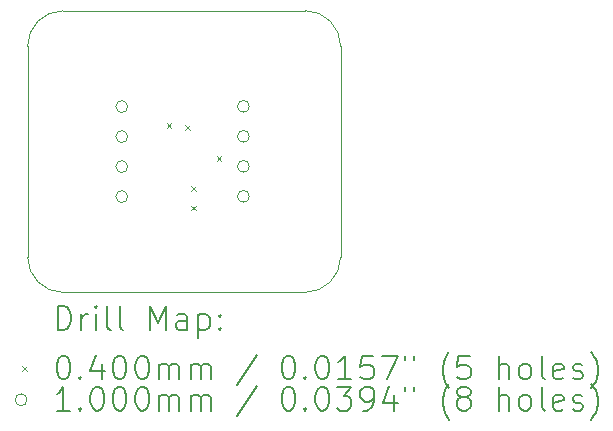
<source format=gbr>
%TF.GenerationSoftware,KiCad,Pcbnew,7.0.6*%
%TF.CreationDate,2024-03-10T14:23:29-07:00*%
%TF.ProjectId,IMU_Breakout,494d555f-4272-4656-916b-6f75742e6b69,rev?*%
%TF.SameCoordinates,Original*%
%TF.FileFunction,Drillmap*%
%TF.FilePolarity,Positive*%
%FSLAX45Y45*%
G04 Gerber Fmt 4.5, Leading zero omitted, Abs format (unit mm)*
G04 Created by KiCad (PCBNEW 7.0.6) date 2024-03-10 14:23:29*
%MOMM*%
%LPD*%
G01*
G04 APERTURE LIST*
%ADD10C,0.100000*%
%ADD11C,0.200000*%
%ADD12C,0.040000*%
G04 APERTURE END LIST*
D10*
X22012500Y-11245000D02*
X24062500Y-11245000D01*
X24062500Y-13630000D02*
G75*
G03*
X24362500Y-13330000I0J300000D01*
G01*
X21712500Y-13330000D02*
G75*
G03*
X22012500Y-13630000I300000J0D01*
G01*
X24362500Y-11545000D02*
X24362500Y-13330000D01*
X22012500Y-11245000D02*
G75*
G03*
X21712500Y-11545000I0J-300000D01*
G01*
X24062500Y-13630000D02*
X22012500Y-13630000D01*
X21712500Y-13330000D02*
X21712500Y-11545000D01*
X24362500Y-11545000D02*
G75*
G03*
X24062500Y-11245000I-300000J0D01*
G01*
D11*
D12*
X22890530Y-12195000D02*
X22930530Y-12235000D01*
X22930530Y-12195000D02*
X22890530Y-12235000D01*
X23045000Y-12212500D02*
X23085000Y-12252500D01*
X23085000Y-12212500D02*
X23045000Y-12252500D01*
X23095000Y-12728510D02*
X23135000Y-12768510D01*
X23135000Y-12728510D02*
X23095000Y-12768510D01*
X23097500Y-12895000D02*
X23137500Y-12935000D01*
X23137500Y-12895000D02*
X23097500Y-12935000D01*
X23312500Y-12475000D02*
X23352500Y-12515000D01*
X23352500Y-12475000D02*
X23312500Y-12515000D01*
D10*
X22560000Y-12057000D02*
G75*
G03*
X22560000Y-12057000I-50000J0D01*
G01*
X22560000Y-12311000D02*
G75*
G03*
X22560000Y-12311000I-50000J0D01*
G01*
X22560000Y-12565000D02*
G75*
G03*
X22560000Y-12565000I-50000J0D01*
G01*
X22560000Y-12819000D02*
G75*
G03*
X22560000Y-12819000I-50000J0D01*
G01*
X23590000Y-12055500D02*
G75*
G03*
X23590000Y-12055500I-50000J0D01*
G01*
X23590000Y-12309500D02*
G75*
G03*
X23590000Y-12309500I-50000J0D01*
G01*
X23590000Y-12563500D02*
G75*
G03*
X23590000Y-12563500I-50000J0D01*
G01*
X23590000Y-12817500D02*
G75*
G03*
X23590000Y-12817500I-50000J0D01*
G01*
D11*
X21968277Y-13946484D02*
X21968277Y-13746484D01*
X21968277Y-13746484D02*
X22015896Y-13746484D01*
X22015896Y-13746484D02*
X22044467Y-13756008D01*
X22044467Y-13756008D02*
X22063515Y-13775055D01*
X22063515Y-13775055D02*
X22073039Y-13794103D01*
X22073039Y-13794103D02*
X22082563Y-13832198D01*
X22082563Y-13832198D02*
X22082563Y-13860769D01*
X22082563Y-13860769D02*
X22073039Y-13898865D01*
X22073039Y-13898865D02*
X22063515Y-13917912D01*
X22063515Y-13917912D02*
X22044467Y-13936960D01*
X22044467Y-13936960D02*
X22015896Y-13946484D01*
X22015896Y-13946484D02*
X21968277Y-13946484D01*
X22168277Y-13946484D02*
X22168277Y-13813150D01*
X22168277Y-13851246D02*
X22177801Y-13832198D01*
X22177801Y-13832198D02*
X22187324Y-13822674D01*
X22187324Y-13822674D02*
X22206372Y-13813150D01*
X22206372Y-13813150D02*
X22225420Y-13813150D01*
X22292086Y-13946484D02*
X22292086Y-13813150D01*
X22292086Y-13746484D02*
X22282563Y-13756008D01*
X22282563Y-13756008D02*
X22292086Y-13765531D01*
X22292086Y-13765531D02*
X22301610Y-13756008D01*
X22301610Y-13756008D02*
X22292086Y-13746484D01*
X22292086Y-13746484D02*
X22292086Y-13765531D01*
X22415896Y-13946484D02*
X22396848Y-13936960D01*
X22396848Y-13936960D02*
X22387324Y-13917912D01*
X22387324Y-13917912D02*
X22387324Y-13746484D01*
X22520658Y-13946484D02*
X22501610Y-13936960D01*
X22501610Y-13936960D02*
X22492086Y-13917912D01*
X22492086Y-13917912D02*
X22492086Y-13746484D01*
X22749229Y-13946484D02*
X22749229Y-13746484D01*
X22749229Y-13746484D02*
X22815896Y-13889341D01*
X22815896Y-13889341D02*
X22882562Y-13746484D01*
X22882562Y-13746484D02*
X22882562Y-13946484D01*
X23063515Y-13946484D02*
X23063515Y-13841722D01*
X23063515Y-13841722D02*
X23053991Y-13822674D01*
X23053991Y-13822674D02*
X23034943Y-13813150D01*
X23034943Y-13813150D02*
X22996848Y-13813150D01*
X22996848Y-13813150D02*
X22977801Y-13822674D01*
X23063515Y-13936960D02*
X23044467Y-13946484D01*
X23044467Y-13946484D02*
X22996848Y-13946484D01*
X22996848Y-13946484D02*
X22977801Y-13936960D01*
X22977801Y-13936960D02*
X22968277Y-13917912D01*
X22968277Y-13917912D02*
X22968277Y-13898865D01*
X22968277Y-13898865D02*
X22977801Y-13879817D01*
X22977801Y-13879817D02*
X22996848Y-13870293D01*
X22996848Y-13870293D02*
X23044467Y-13870293D01*
X23044467Y-13870293D02*
X23063515Y-13860769D01*
X23158753Y-13813150D02*
X23158753Y-14013150D01*
X23158753Y-13822674D02*
X23177801Y-13813150D01*
X23177801Y-13813150D02*
X23215896Y-13813150D01*
X23215896Y-13813150D02*
X23234943Y-13822674D01*
X23234943Y-13822674D02*
X23244467Y-13832198D01*
X23244467Y-13832198D02*
X23253991Y-13851246D01*
X23253991Y-13851246D02*
X23253991Y-13908388D01*
X23253991Y-13908388D02*
X23244467Y-13927436D01*
X23244467Y-13927436D02*
X23234943Y-13936960D01*
X23234943Y-13936960D02*
X23215896Y-13946484D01*
X23215896Y-13946484D02*
X23177801Y-13946484D01*
X23177801Y-13946484D02*
X23158753Y-13936960D01*
X23339705Y-13927436D02*
X23349229Y-13936960D01*
X23349229Y-13936960D02*
X23339705Y-13946484D01*
X23339705Y-13946484D02*
X23330182Y-13936960D01*
X23330182Y-13936960D02*
X23339705Y-13927436D01*
X23339705Y-13927436D02*
X23339705Y-13946484D01*
X23339705Y-13822674D02*
X23349229Y-13832198D01*
X23349229Y-13832198D02*
X23339705Y-13841722D01*
X23339705Y-13841722D02*
X23330182Y-13832198D01*
X23330182Y-13832198D02*
X23339705Y-13822674D01*
X23339705Y-13822674D02*
X23339705Y-13841722D01*
D12*
X21667500Y-14255000D02*
X21707500Y-14295000D01*
X21707500Y-14255000D02*
X21667500Y-14295000D01*
D11*
X22006372Y-14166484D02*
X22025420Y-14166484D01*
X22025420Y-14166484D02*
X22044467Y-14176008D01*
X22044467Y-14176008D02*
X22053991Y-14185531D01*
X22053991Y-14185531D02*
X22063515Y-14204579D01*
X22063515Y-14204579D02*
X22073039Y-14242674D01*
X22073039Y-14242674D02*
X22073039Y-14290293D01*
X22073039Y-14290293D02*
X22063515Y-14328388D01*
X22063515Y-14328388D02*
X22053991Y-14347436D01*
X22053991Y-14347436D02*
X22044467Y-14356960D01*
X22044467Y-14356960D02*
X22025420Y-14366484D01*
X22025420Y-14366484D02*
X22006372Y-14366484D01*
X22006372Y-14366484D02*
X21987324Y-14356960D01*
X21987324Y-14356960D02*
X21977801Y-14347436D01*
X21977801Y-14347436D02*
X21968277Y-14328388D01*
X21968277Y-14328388D02*
X21958753Y-14290293D01*
X21958753Y-14290293D02*
X21958753Y-14242674D01*
X21958753Y-14242674D02*
X21968277Y-14204579D01*
X21968277Y-14204579D02*
X21977801Y-14185531D01*
X21977801Y-14185531D02*
X21987324Y-14176008D01*
X21987324Y-14176008D02*
X22006372Y-14166484D01*
X22158753Y-14347436D02*
X22168277Y-14356960D01*
X22168277Y-14356960D02*
X22158753Y-14366484D01*
X22158753Y-14366484D02*
X22149229Y-14356960D01*
X22149229Y-14356960D02*
X22158753Y-14347436D01*
X22158753Y-14347436D02*
X22158753Y-14366484D01*
X22339705Y-14233150D02*
X22339705Y-14366484D01*
X22292086Y-14156960D02*
X22244467Y-14299817D01*
X22244467Y-14299817D02*
X22368277Y-14299817D01*
X22482562Y-14166484D02*
X22501610Y-14166484D01*
X22501610Y-14166484D02*
X22520658Y-14176008D01*
X22520658Y-14176008D02*
X22530182Y-14185531D01*
X22530182Y-14185531D02*
X22539705Y-14204579D01*
X22539705Y-14204579D02*
X22549229Y-14242674D01*
X22549229Y-14242674D02*
X22549229Y-14290293D01*
X22549229Y-14290293D02*
X22539705Y-14328388D01*
X22539705Y-14328388D02*
X22530182Y-14347436D01*
X22530182Y-14347436D02*
X22520658Y-14356960D01*
X22520658Y-14356960D02*
X22501610Y-14366484D01*
X22501610Y-14366484D02*
X22482562Y-14366484D01*
X22482562Y-14366484D02*
X22463515Y-14356960D01*
X22463515Y-14356960D02*
X22453991Y-14347436D01*
X22453991Y-14347436D02*
X22444467Y-14328388D01*
X22444467Y-14328388D02*
X22434943Y-14290293D01*
X22434943Y-14290293D02*
X22434943Y-14242674D01*
X22434943Y-14242674D02*
X22444467Y-14204579D01*
X22444467Y-14204579D02*
X22453991Y-14185531D01*
X22453991Y-14185531D02*
X22463515Y-14176008D01*
X22463515Y-14176008D02*
X22482562Y-14166484D01*
X22673039Y-14166484D02*
X22692086Y-14166484D01*
X22692086Y-14166484D02*
X22711134Y-14176008D01*
X22711134Y-14176008D02*
X22720658Y-14185531D01*
X22720658Y-14185531D02*
X22730182Y-14204579D01*
X22730182Y-14204579D02*
X22739705Y-14242674D01*
X22739705Y-14242674D02*
X22739705Y-14290293D01*
X22739705Y-14290293D02*
X22730182Y-14328388D01*
X22730182Y-14328388D02*
X22720658Y-14347436D01*
X22720658Y-14347436D02*
X22711134Y-14356960D01*
X22711134Y-14356960D02*
X22692086Y-14366484D01*
X22692086Y-14366484D02*
X22673039Y-14366484D01*
X22673039Y-14366484D02*
X22653991Y-14356960D01*
X22653991Y-14356960D02*
X22644467Y-14347436D01*
X22644467Y-14347436D02*
X22634943Y-14328388D01*
X22634943Y-14328388D02*
X22625420Y-14290293D01*
X22625420Y-14290293D02*
X22625420Y-14242674D01*
X22625420Y-14242674D02*
X22634943Y-14204579D01*
X22634943Y-14204579D02*
X22644467Y-14185531D01*
X22644467Y-14185531D02*
X22653991Y-14176008D01*
X22653991Y-14176008D02*
X22673039Y-14166484D01*
X22825420Y-14366484D02*
X22825420Y-14233150D01*
X22825420Y-14252198D02*
X22834943Y-14242674D01*
X22834943Y-14242674D02*
X22853991Y-14233150D01*
X22853991Y-14233150D02*
X22882563Y-14233150D01*
X22882563Y-14233150D02*
X22901610Y-14242674D01*
X22901610Y-14242674D02*
X22911134Y-14261722D01*
X22911134Y-14261722D02*
X22911134Y-14366484D01*
X22911134Y-14261722D02*
X22920658Y-14242674D01*
X22920658Y-14242674D02*
X22939705Y-14233150D01*
X22939705Y-14233150D02*
X22968277Y-14233150D01*
X22968277Y-14233150D02*
X22987324Y-14242674D01*
X22987324Y-14242674D02*
X22996848Y-14261722D01*
X22996848Y-14261722D02*
X22996848Y-14366484D01*
X23092086Y-14366484D02*
X23092086Y-14233150D01*
X23092086Y-14252198D02*
X23101610Y-14242674D01*
X23101610Y-14242674D02*
X23120658Y-14233150D01*
X23120658Y-14233150D02*
X23149229Y-14233150D01*
X23149229Y-14233150D02*
X23168277Y-14242674D01*
X23168277Y-14242674D02*
X23177801Y-14261722D01*
X23177801Y-14261722D02*
X23177801Y-14366484D01*
X23177801Y-14261722D02*
X23187324Y-14242674D01*
X23187324Y-14242674D02*
X23206372Y-14233150D01*
X23206372Y-14233150D02*
X23234943Y-14233150D01*
X23234943Y-14233150D02*
X23253991Y-14242674D01*
X23253991Y-14242674D02*
X23263515Y-14261722D01*
X23263515Y-14261722D02*
X23263515Y-14366484D01*
X23653991Y-14156960D02*
X23482563Y-14414103D01*
X23911134Y-14166484D02*
X23930182Y-14166484D01*
X23930182Y-14166484D02*
X23949229Y-14176008D01*
X23949229Y-14176008D02*
X23958753Y-14185531D01*
X23958753Y-14185531D02*
X23968277Y-14204579D01*
X23968277Y-14204579D02*
X23977801Y-14242674D01*
X23977801Y-14242674D02*
X23977801Y-14290293D01*
X23977801Y-14290293D02*
X23968277Y-14328388D01*
X23968277Y-14328388D02*
X23958753Y-14347436D01*
X23958753Y-14347436D02*
X23949229Y-14356960D01*
X23949229Y-14356960D02*
X23930182Y-14366484D01*
X23930182Y-14366484D02*
X23911134Y-14366484D01*
X23911134Y-14366484D02*
X23892086Y-14356960D01*
X23892086Y-14356960D02*
X23882563Y-14347436D01*
X23882563Y-14347436D02*
X23873039Y-14328388D01*
X23873039Y-14328388D02*
X23863515Y-14290293D01*
X23863515Y-14290293D02*
X23863515Y-14242674D01*
X23863515Y-14242674D02*
X23873039Y-14204579D01*
X23873039Y-14204579D02*
X23882563Y-14185531D01*
X23882563Y-14185531D02*
X23892086Y-14176008D01*
X23892086Y-14176008D02*
X23911134Y-14166484D01*
X24063515Y-14347436D02*
X24073039Y-14356960D01*
X24073039Y-14356960D02*
X24063515Y-14366484D01*
X24063515Y-14366484D02*
X24053991Y-14356960D01*
X24053991Y-14356960D02*
X24063515Y-14347436D01*
X24063515Y-14347436D02*
X24063515Y-14366484D01*
X24196848Y-14166484D02*
X24215896Y-14166484D01*
X24215896Y-14166484D02*
X24234944Y-14176008D01*
X24234944Y-14176008D02*
X24244467Y-14185531D01*
X24244467Y-14185531D02*
X24253991Y-14204579D01*
X24253991Y-14204579D02*
X24263515Y-14242674D01*
X24263515Y-14242674D02*
X24263515Y-14290293D01*
X24263515Y-14290293D02*
X24253991Y-14328388D01*
X24253991Y-14328388D02*
X24244467Y-14347436D01*
X24244467Y-14347436D02*
X24234944Y-14356960D01*
X24234944Y-14356960D02*
X24215896Y-14366484D01*
X24215896Y-14366484D02*
X24196848Y-14366484D01*
X24196848Y-14366484D02*
X24177801Y-14356960D01*
X24177801Y-14356960D02*
X24168277Y-14347436D01*
X24168277Y-14347436D02*
X24158753Y-14328388D01*
X24158753Y-14328388D02*
X24149229Y-14290293D01*
X24149229Y-14290293D02*
X24149229Y-14242674D01*
X24149229Y-14242674D02*
X24158753Y-14204579D01*
X24158753Y-14204579D02*
X24168277Y-14185531D01*
X24168277Y-14185531D02*
X24177801Y-14176008D01*
X24177801Y-14176008D02*
X24196848Y-14166484D01*
X24453991Y-14366484D02*
X24339706Y-14366484D01*
X24396848Y-14366484D02*
X24396848Y-14166484D01*
X24396848Y-14166484D02*
X24377801Y-14195055D01*
X24377801Y-14195055D02*
X24358753Y-14214103D01*
X24358753Y-14214103D02*
X24339706Y-14223627D01*
X24634944Y-14166484D02*
X24539706Y-14166484D01*
X24539706Y-14166484D02*
X24530182Y-14261722D01*
X24530182Y-14261722D02*
X24539706Y-14252198D01*
X24539706Y-14252198D02*
X24558753Y-14242674D01*
X24558753Y-14242674D02*
X24606372Y-14242674D01*
X24606372Y-14242674D02*
X24625420Y-14252198D01*
X24625420Y-14252198D02*
X24634944Y-14261722D01*
X24634944Y-14261722D02*
X24644467Y-14280769D01*
X24644467Y-14280769D02*
X24644467Y-14328388D01*
X24644467Y-14328388D02*
X24634944Y-14347436D01*
X24634944Y-14347436D02*
X24625420Y-14356960D01*
X24625420Y-14356960D02*
X24606372Y-14366484D01*
X24606372Y-14366484D02*
X24558753Y-14366484D01*
X24558753Y-14366484D02*
X24539706Y-14356960D01*
X24539706Y-14356960D02*
X24530182Y-14347436D01*
X24711134Y-14166484D02*
X24844467Y-14166484D01*
X24844467Y-14166484D02*
X24758753Y-14366484D01*
X24911134Y-14166484D02*
X24911134Y-14204579D01*
X24987325Y-14166484D02*
X24987325Y-14204579D01*
X25282563Y-14442674D02*
X25273039Y-14433150D01*
X25273039Y-14433150D02*
X25253991Y-14404579D01*
X25253991Y-14404579D02*
X25244468Y-14385531D01*
X25244468Y-14385531D02*
X25234944Y-14356960D01*
X25234944Y-14356960D02*
X25225420Y-14309341D01*
X25225420Y-14309341D02*
X25225420Y-14271246D01*
X25225420Y-14271246D02*
X25234944Y-14223627D01*
X25234944Y-14223627D02*
X25244468Y-14195055D01*
X25244468Y-14195055D02*
X25253991Y-14176008D01*
X25253991Y-14176008D02*
X25273039Y-14147436D01*
X25273039Y-14147436D02*
X25282563Y-14137912D01*
X25453991Y-14166484D02*
X25358753Y-14166484D01*
X25358753Y-14166484D02*
X25349229Y-14261722D01*
X25349229Y-14261722D02*
X25358753Y-14252198D01*
X25358753Y-14252198D02*
X25377801Y-14242674D01*
X25377801Y-14242674D02*
X25425420Y-14242674D01*
X25425420Y-14242674D02*
X25444468Y-14252198D01*
X25444468Y-14252198D02*
X25453991Y-14261722D01*
X25453991Y-14261722D02*
X25463515Y-14280769D01*
X25463515Y-14280769D02*
X25463515Y-14328388D01*
X25463515Y-14328388D02*
X25453991Y-14347436D01*
X25453991Y-14347436D02*
X25444468Y-14356960D01*
X25444468Y-14356960D02*
X25425420Y-14366484D01*
X25425420Y-14366484D02*
X25377801Y-14366484D01*
X25377801Y-14366484D02*
X25358753Y-14356960D01*
X25358753Y-14356960D02*
X25349229Y-14347436D01*
X25701610Y-14366484D02*
X25701610Y-14166484D01*
X25787325Y-14366484D02*
X25787325Y-14261722D01*
X25787325Y-14261722D02*
X25777801Y-14242674D01*
X25777801Y-14242674D02*
X25758753Y-14233150D01*
X25758753Y-14233150D02*
X25730182Y-14233150D01*
X25730182Y-14233150D02*
X25711134Y-14242674D01*
X25711134Y-14242674D02*
X25701610Y-14252198D01*
X25911134Y-14366484D02*
X25892087Y-14356960D01*
X25892087Y-14356960D02*
X25882563Y-14347436D01*
X25882563Y-14347436D02*
X25873039Y-14328388D01*
X25873039Y-14328388D02*
X25873039Y-14271246D01*
X25873039Y-14271246D02*
X25882563Y-14252198D01*
X25882563Y-14252198D02*
X25892087Y-14242674D01*
X25892087Y-14242674D02*
X25911134Y-14233150D01*
X25911134Y-14233150D02*
X25939706Y-14233150D01*
X25939706Y-14233150D02*
X25958753Y-14242674D01*
X25958753Y-14242674D02*
X25968277Y-14252198D01*
X25968277Y-14252198D02*
X25977801Y-14271246D01*
X25977801Y-14271246D02*
X25977801Y-14328388D01*
X25977801Y-14328388D02*
X25968277Y-14347436D01*
X25968277Y-14347436D02*
X25958753Y-14356960D01*
X25958753Y-14356960D02*
X25939706Y-14366484D01*
X25939706Y-14366484D02*
X25911134Y-14366484D01*
X26092087Y-14366484D02*
X26073039Y-14356960D01*
X26073039Y-14356960D02*
X26063515Y-14337912D01*
X26063515Y-14337912D02*
X26063515Y-14166484D01*
X26244468Y-14356960D02*
X26225420Y-14366484D01*
X26225420Y-14366484D02*
X26187325Y-14366484D01*
X26187325Y-14366484D02*
X26168277Y-14356960D01*
X26168277Y-14356960D02*
X26158753Y-14337912D01*
X26158753Y-14337912D02*
X26158753Y-14261722D01*
X26158753Y-14261722D02*
X26168277Y-14242674D01*
X26168277Y-14242674D02*
X26187325Y-14233150D01*
X26187325Y-14233150D02*
X26225420Y-14233150D01*
X26225420Y-14233150D02*
X26244468Y-14242674D01*
X26244468Y-14242674D02*
X26253991Y-14261722D01*
X26253991Y-14261722D02*
X26253991Y-14280769D01*
X26253991Y-14280769D02*
X26158753Y-14299817D01*
X26330182Y-14356960D02*
X26349230Y-14366484D01*
X26349230Y-14366484D02*
X26387325Y-14366484D01*
X26387325Y-14366484D02*
X26406372Y-14356960D01*
X26406372Y-14356960D02*
X26415896Y-14337912D01*
X26415896Y-14337912D02*
X26415896Y-14328388D01*
X26415896Y-14328388D02*
X26406372Y-14309341D01*
X26406372Y-14309341D02*
X26387325Y-14299817D01*
X26387325Y-14299817D02*
X26358753Y-14299817D01*
X26358753Y-14299817D02*
X26339706Y-14290293D01*
X26339706Y-14290293D02*
X26330182Y-14271246D01*
X26330182Y-14271246D02*
X26330182Y-14261722D01*
X26330182Y-14261722D02*
X26339706Y-14242674D01*
X26339706Y-14242674D02*
X26358753Y-14233150D01*
X26358753Y-14233150D02*
X26387325Y-14233150D01*
X26387325Y-14233150D02*
X26406372Y-14242674D01*
X26482563Y-14442674D02*
X26492087Y-14433150D01*
X26492087Y-14433150D02*
X26511134Y-14404579D01*
X26511134Y-14404579D02*
X26520658Y-14385531D01*
X26520658Y-14385531D02*
X26530182Y-14356960D01*
X26530182Y-14356960D02*
X26539706Y-14309341D01*
X26539706Y-14309341D02*
X26539706Y-14271246D01*
X26539706Y-14271246D02*
X26530182Y-14223627D01*
X26530182Y-14223627D02*
X26520658Y-14195055D01*
X26520658Y-14195055D02*
X26511134Y-14176008D01*
X26511134Y-14176008D02*
X26492087Y-14147436D01*
X26492087Y-14147436D02*
X26482563Y-14137912D01*
D10*
X21707500Y-14539000D02*
G75*
G03*
X21707500Y-14539000I-50000J0D01*
G01*
D11*
X22073039Y-14630484D02*
X21958753Y-14630484D01*
X22015896Y-14630484D02*
X22015896Y-14430484D01*
X22015896Y-14430484D02*
X21996848Y-14459055D01*
X21996848Y-14459055D02*
X21977801Y-14478103D01*
X21977801Y-14478103D02*
X21958753Y-14487627D01*
X22158753Y-14611436D02*
X22168277Y-14620960D01*
X22168277Y-14620960D02*
X22158753Y-14630484D01*
X22158753Y-14630484D02*
X22149229Y-14620960D01*
X22149229Y-14620960D02*
X22158753Y-14611436D01*
X22158753Y-14611436D02*
X22158753Y-14630484D01*
X22292086Y-14430484D02*
X22311134Y-14430484D01*
X22311134Y-14430484D02*
X22330182Y-14440008D01*
X22330182Y-14440008D02*
X22339705Y-14449531D01*
X22339705Y-14449531D02*
X22349229Y-14468579D01*
X22349229Y-14468579D02*
X22358753Y-14506674D01*
X22358753Y-14506674D02*
X22358753Y-14554293D01*
X22358753Y-14554293D02*
X22349229Y-14592388D01*
X22349229Y-14592388D02*
X22339705Y-14611436D01*
X22339705Y-14611436D02*
X22330182Y-14620960D01*
X22330182Y-14620960D02*
X22311134Y-14630484D01*
X22311134Y-14630484D02*
X22292086Y-14630484D01*
X22292086Y-14630484D02*
X22273039Y-14620960D01*
X22273039Y-14620960D02*
X22263515Y-14611436D01*
X22263515Y-14611436D02*
X22253991Y-14592388D01*
X22253991Y-14592388D02*
X22244467Y-14554293D01*
X22244467Y-14554293D02*
X22244467Y-14506674D01*
X22244467Y-14506674D02*
X22253991Y-14468579D01*
X22253991Y-14468579D02*
X22263515Y-14449531D01*
X22263515Y-14449531D02*
X22273039Y-14440008D01*
X22273039Y-14440008D02*
X22292086Y-14430484D01*
X22482562Y-14430484D02*
X22501610Y-14430484D01*
X22501610Y-14430484D02*
X22520658Y-14440008D01*
X22520658Y-14440008D02*
X22530182Y-14449531D01*
X22530182Y-14449531D02*
X22539705Y-14468579D01*
X22539705Y-14468579D02*
X22549229Y-14506674D01*
X22549229Y-14506674D02*
X22549229Y-14554293D01*
X22549229Y-14554293D02*
X22539705Y-14592388D01*
X22539705Y-14592388D02*
X22530182Y-14611436D01*
X22530182Y-14611436D02*
X22520658Y-14620960D01*
X22520658Y-14620960D02*
X22501610Y-14630484D01*
X22501610Y-14630484D02*
X22482562Y-14630484D01*
X22482562Y-14630484D02*
X22463515Y-14620960D01*
X22463515Y-14620960D02*
X22453991Y-14611436D01*
X22453991Y-14611436D02*
X22444467Y-14592388D01*
X22444467Y-14592388D02*
X22434943Y-14554293D01*
X22434943Y-14554293D02*
X22434943Y-14506674D01*
X22434943Y-14506674D02*
X22444467Y-14468579D01*
X22444467Y-14468579D02*
X22453991Y-14449531D01*
X22453991Y-14449531D02*
X22463515Y-14440008D01*
X22463515Y-14440008D02*
X22482562Y-14430484D01*
X22673039Y-14430484D02*
X22692086Y-14430484D01*
X22692086Y-14430484D02*
X22711134Y-14440008D01*
X22711134Y-14440008D02*
X22720658Y-14449531D01*
X22720658Y-14449531D02*
X22730182Y-14468579D01*
X22730182Y-14468579D02*
X22739705Y-14506674D01*
X22739705Y-14506674D02*
X22739705Y-14554293D01*
X22739705Y-14554293D02*
X22730182Y-14592388D01*
X22730182Y-14592388D02*
X22720658Y-14611436D01*
X22720658Y-14611436D02*
X22711134Y-14620960D01*
X22711134Y-14620960D02*
X22692086Y-14630484D01*
X22692086Y-14630484D02*
X22673039Y-14630484D01*
X22673039Y-14630484D02*
X22653991Y-14620960D01*
X22653991Y-14620960D02*
X22644467Y-14611436D01*
X22644467Y-14611436D02*
X22634943Y-14592388D01*
X22634943Y-14592388D02*
X22625420Y-14554293D01*
X22625420Y-14554293D02*
X22625420Y-14506674D01*
X22625420Y-14506674D02*
X22634943Y-14468579D01*
X22634943Y-14468579D02*
X22644467Y-14449531D01*
X22644467Y-14449531D02*
X22653991Y-14440008D01*
X22653991Y-14440008D02*
X22673039Y-14430484D01*
X22825420Y-14630484D02*
X22825420Y-14497150D01*
X22825420Y-14516198D02*
X22834943Y-14506674D01*
X22834943Y-14506674D02*
X22853991Y-14497150D01*
X22853991Y-14497150D02*
X22882563Y-14497150D01*
X22882563Y-14497150D02*
X22901610Y-14506674D01*
X22901610Y-14506674D02*
X22911134Y-14525722D01*
X22911134Y-14525722D02*
X22911134Y-14630484D01*
X22911134Y-14525722D02*
X22920658Y-14506674D01*
X22920658Y-14506674D02*
X22939705Y-14497150D01*
X22939705Y-14497150D02*
X22968277Y-14497150D01*
X22968277Y-14497150D02*
X22987324Y-14506674D01*
X22987324Y-14506674D02*
X22996848Y-14525722D01*
X22996848Y-14525722D02*
X22996848Y-14630484D01*
X23092086Y-14630484D02*
X23092086Y-14497150D01*
X23092086Y-14516198D02*
X23101610Y-14506674D01*
X23101610Y-14506674D02*
X23120658Y-14497150D01*
X23120658Y-14497150D02*
X23149229Y-14497150D01*
X23149229Y-14497150D02*
X23168277Y-14506674D01*
X23168277Y-14506674D02*
X23177801Y-14525722D01*
X23177801Y-14525722D02*
X23177801Y-14630484D01*
X23177801Y-14525722D02*
X23187324Y-14506674D01*
X23187324Y-14506674D02*
X23206372Y-14497150D01*
X23206372Y-14497150D02*
X23234943Y-14497150D01*
X23234943Y-14497150D02*
X23253991Y-14506674D01*
X23253991Y-14506674D02*
X23263515Y-14525722D01*
X23263515Y-14525722D02*
X23263515Y-14630484D01*
X23653991Y-14420960D02*
X23482563Y-14678103D01*
X23911134Y-14430484D02*
X23930182Y-14430484D01*
X23930182Y-14430484D02*
X23949229Y-14440008D01*
X23949229Y-14440008D02*
X23958753Y-14449531D01*
X23958753Y-14449531D02*
X23968277Y-14468579D01*
X23968277Y-14468579D02*
X23977801Y-14506674D01*
X23977801Y-14506674D02*
X23977801Y-14554293D01*
X23977801Y-14554293D02*
X23968277Y-14592388D01*
X23968277Y-14592388D02*
X23958753Y-14611436D01*
X23958753Y-14611436D02*
X23949229Y-14620960D01*
X23949229Y-14620960D02*
X23930182Y-14630484D01*
X23930182Y-14630484D02*
X23911134Y-14630484D01*
X23911134Y-14630484D02*
X23892086Y-14620960D01*
X23892086Y-14620960D02*
X23882563Y-14611436D01*
X23882563Y-14611436D02*
X23873039Y-14592388D01*
X23873039Y-14592388D02*
X23863515Y-14554293D01*
X23863515Y-14554293D02*
X23863515Y-14506674D01*
X23863515Y-14506674D02*
X23873039Y-14468579D01*
X23873039Y-14468579D02*
X23882563Y-14449531D01*
X23882563Y-14449531D02*
X23892086Y-14440008D01*
X23892086Y-14440008D02*
X23911134Y-14430484D01*
X24063515Y-14611436D02*
X24073039Y-14620960D01*
X24073039Y-14620960D02*
X24063515Y-14630484D01*
X24063515Y-14630484D02*
X24053991Y-14620960D01*
X24053991Y-14620960D02*
X24063515Y-14611436D01*
X24063515Y-14611436D02*
X24063515Y-14630484D01*
X24196848Y-14430484D02*
X24215896Y-14430484D01*
X24215896Y-14430484D02*
X24234944Y-14440008D01*
X24234944Y-14440008D02*
X24244467Y-14449531D01*
X24244467Y-14449531D02*
X24253991Y-14468579D01*
X24253991Y-14468579D02*
X24263515Y-14506674D01*
X24263515Y-14506674D02*
X24263515Y-14554293D01*
X24263515Y-14554293D02*
X24253991Y-14592388D01*
X24253991Y-14592388D02*
X24244467Y-14611436D01*
X24244467Y-14611436D02*
X24234944Y-14620960D01*
X24234944Y-14620960D02*
X24215896Y-14630484D01*
X24215896Y-14630484D02*
X24196848Y-14630484D01*
X24196848Y-14630484D02*
X24177801Y-14620960D01*
X24177801Y-14620960D02*
X24168277Y-14611436D01*
X24168277Y-14611436D02*
X24158753Y-14592388D01*
X24158753Y-14592388D02*
X24149229Y-14554293D01*
X24149229Y-14554293D02*
X24149229Y-14506674D01*
X24149229Y-14506674D02*
X24158753Y-14468579D01*
X24158753Y-14468579D02*
X24168277Y-14449531D01*
X24168277Y-14449531D02*
X24177801Y-14440008D01*
X24177801Y-14440008D02*
X24196848Y-14430484D01*
X24330182Y-14430484D02*
X24453991Y-14430484D01*
X24453991Y-14430484D02*
X24387325Y-14506674D01*
X24387325Y-14506674D02*
X24415896Y-14506674D01*
X24415896Y-14506674D02*
X24434944Y-14516198D01*
X24434944Y-14516198D02*
X24444467Y-14525722D01*
X24444467Y-14525722D02*
X24453991Y-14544769D01*
X24453991Y-14544769D02*
X24453991Y-14592388D01*
X24453991Y-14592388D02*
X24444467Y-14611436D01*
X24444467Y-14611436D02*
X24434944Y-14620960D01*
X24434944Y-14620960D02*
X24415896Y-14630484D01*
X24415896Y-14630484D02*
X24358753Y-14630484D01*
X24358753Y-14630484D02*
X24339706Y-14620960D01*
X24339706Y-14620960D02*
X24330182Y-14611436D01*
X24549229Y-14630484D02*
X24587325Y-14630484D01*
X24587325Y-14630484D02*
X24606372Y-14620960D01*
X24606372Y-14620960D02*
X24615896Y-14611436D01*
X24615896Y-14611436D02*
X24634944Y-14582865D01*
X24634944Y-14582865D02*
X24644467Y-14544769D01*
X24644467Y-14544769D02*
X24644467Y-14468579D01*
X24644467Y-14468579D02*
X24634944Y-14449531D01*
X24634944Y-14449531D02*
X24625420Y-14440008D01*
X24625420Y-14440008D02*
X24606372Y-14430484D01*
X24606372Y-14430484D02*
X24568277Y-14430484D01*
X24568277Y-14430484D02*
X24549229Y-14440008D01*
X24549229Y-14440008D02*
X24539706Y-14449531D01*
X24539706Y-14449531D02*
X24530182Y-14468579D01*
X24530182Y-14468579D02*
X24530182Y-14516198D01*
X24530182Y-14516198D02*
X24539706Y-14535246D01*
X24539706Y-14535246D02*
X24549229Y-14544769D01*
X24549229Y-14544769D02*
X24568277Y-14554293D01*
X24568277Y-14554293D02*
X24606372Y-14554293D01*
X24606372Y-14554293D02*
X24625420Y-14544769D01*
X24625420Y-14544769D02*
X24634944Y-14535246D01*
X24634944Y-14535246D02*
X24644467Y-14516198D01*
X24815896Y-14497150D02*
X24815896Y-14630484D01*
X24768277Y-14420960D02*
X24720658Y-14563817D01*
X24720658Y-14563817D02*
X24844467Y-14563817D01*
X24911134Y-14430484D02*
X24911134Y-14468579D01*
X24987325Y-14430484D02*
X24987325Y-14468579D01*
X25282563Y-14706674D02*
X25273039Y-14697150D01*
X25273039Y-14697150D02*
X25253991Y-14668579D01*
X25253991Y-14668579D02*
X25244468Y-14649531D01*
X25244468Y-14649531D02*
X25234944Y-14620960D01*
X25234944Y-14620960D02*
X25225420Y-14573341D01*
X25225420Y-14573341D02*
X25225420Y-14535246D01*
X25225420Y-14535246D02*
X25234944Y-14487627D01*
X25234944Y-14487627D02*
X25244468Y-14459055D01*
X25244468Y-14459055D02*
X25253991Y-14440008D01*
X25253991Y-14440008D02*
X25273039Y-14411436D01*
X25273039Y-14411436D02*
X25282563Y-14401912D01*
X25387325Y-14516198D02*
X25368277Y-14506674D01*
X25368277Y-14506674D02*
X25358753Y-14497150D01*
X25358753Y-14497150D02*
X25349229Y-14478103D01*
X25349229Y-14478103D02*
X25349229Y-14468579D01*
X25349229Y-14468579D02*
X25358753Y-14449531D01*
X25358753Y-14449531D02*
X25368277Y-14440008D01*
X25368277Y-14440008D02*
X25387325Y-14430484D01*
X25387325Y-14430484D02*
X25425420Y-14430484D01*
X25425420Y-14430484D02*
X25444468Y-14440008D01*
X25444468Y-14440008D02*
X25453991Y-14449531D01*
X25453991Y-14449531D02*
X25463515Y-14468579D01*
X25463515Y-14468579D02*
X25463515Y-14478103D01*
X25463515Y-14478103D02*
X25453991Y-14497150D01*
X25453991Y-14497150D02*
X25444468Y-14506674D01*
X25444468Y-14506674D02*
X25425420Y-14516198D01*
X25425420Y-14516198D02*
X25387325Y-14516198D01*
X25387325Y-14516198D02*
X25368277Y-14525722D01*
X25368277Y-14525722D02*
X25358753Y-14535246D01*
X25358753Y-14535246D02*
X25349229Y-14554293D01*
X25349229Y-14554293D02*
X25349229Y-14592388D01*
X25349229Y-14592388D02*
X25358753Y-14611436D01*
X25358753Y-14611436D02*
X25368277Y-14620960D01*
X25368277Y-14620960D02*
X25387325Y-14630484D01*
X25387325Y-14630484D02*
X25425420Y-14630484D01*
X25425420Y-14630484D02*
X25444468Y-14620960D01*
X25444468Y-14620960D02*
X25453991Y-14611436D01*
X25453991Y-14611436D02*
X25463515Y-14592388D01*
X25463515Y-14592388D02*
X25463515Y-14554293D01*
X25463515Y-14554293D02*
X25453991Y-14535246D01*
X25453991Y-14535246D02*
X25444468Y-14525722D01*
X25444468Y-14525722D02*
X25425420Y-14516198D01*
X25701610Y-14630484D02*
X25701610Y-14430484D01*
X25787325Y-14630484D02*
X25787325Y-14525722D01*
X25787325Y-14525722D02*
X25777801Y-14506674D01*
X25777801Y-14506674D02*
X25758753Y-14497150D01*
X25758753Y-14497150D02*
X25730182Y-14497150D01*
X25730182Y-14497150D02*
X25711134Y-14506674D01*
X25711134Y-14506674D02*
X25701610Y-14516198D01*
X25911134Y-14630484D02*
X25892087Y-14620960D01*
X25892087Y-14620960D02*
X25882563Y-14611436D01*
X25882563Y-14611436D02*
X25873039Y-14592388D01*
X25873039Y-14592388D02*
X25873039Y-14535246D01*
X25873039Y-14535246D02*
X25882563Y-14516198D01*
X25882563Y-14516198D02*
X25892087Y-14506674D01*
X25892087Y-14506674D02*
X25911134Y-14497150D01*
X25911134Y-14497150D02*
X25939706Y-14497150D01*
X25939706Y-14497150D02*
X25958753Y-14506674D01*
X25958753Y-14506674D02*
X25968277Y-14516198D01*
X25968277Y-14516198D02*
X25977801Y-14535246D01*
X25977801Y-14535246D02*
X25977801Y-14592388D01*
X25977801Y-14592388D02*
X25968277Y-14611436D01*
X25968277Y-14611436D02*
X25958753Y-14620960D01*
X25958753Y-14620960D02*
X25939706Y-14630484D01*
X25939706Y-14630484D02*
X25911134Y-14630484D01*
X26092087Y-14630484D02*
X26073039Y-14620960D01*
X26073039Y-14620960D02*
X26063515Y-14601912D01*
X26063515Y-14601912D02*
X26063515Y-14430484D01*
X26244468Y-14620960D02*
X26225420Y-14630484D01*
X26225420Y-14630484D02*
X26187325Y-14630484D01*
X26187325Y-14630484D02*
X26168277Y-14620960D01*
X26168277Y-14620960D02*
X26158753Y-14601912D01*
X26158753Y-14601912D02*
X26158753Y-14525722D01*
X26158753Y-14525722D02*
X26168277Y-14506674D01*
X26168277Y-14506674D02*
X26187325Y-14497150D01*
X26187325Y-14497150D02*
X26225420Y-14497150D01*
X26225420Y-14497150D02*
X26244468Y-14506674D01*
X26244468Y-14506674D02*
X26253991Y-14525722D01*
X26253991Y-14525722D02*
X26253991Y-14544769D01*
X26253991Y-14544769D02*
X26158753Y-14563817D01*
X26330182Y-14620960D02*
X26349230Y-14630484D01*
X26349230Y-14630484D02*
X26387325Y-14630484D01*
X26387325Y-14630484D02*
X26406372Y-14620960D01*
X26406372Y-14620960D02*
X26415896Y-14601912D01*
X26415896Y-14601912D02*
X26415896Y-14592388D01*
X26415896Y-14592388D02*
X26406372Y-14573341D01*
X26406372Y-14573341D02*
X26387325Y-14563817D01*
X26387325Y-14563817D02*
X26358753Y-14563817D01*
X26358753Y-14563817D02*
X26339706Y-14554293D01*
X26339706Y-14554293D02*
X26330182Y-14535246D01*
X26330182Y-14535246D02*
X26330182Y-14525722D01*
X26330182Y-14525722D02*
X26339706Y-14506674D01*
X26339706Y-14506674D02*
X26358753Y-14497150D01*
X26358753Y-14497150D02*
X26387325Y-14497150D01*
X26387325Y-14497150D02*
X26406372Y-14506674D01*
X26482563Y-14706674D02*
X26492087Y-14697150D01*
X26492087Y-14697150D02*
X26511134Y-14668579D01*
X26511134Y-14668579D02*
X26520658Y-14649531D01*
X26520658Y-14649531D02*
X26530182Y-14620960D01*
X26530182Y-14620960D02*
X26539706Y-14573341D01*
X26539706Y-14573341D02*
X26539706Y-14535246D01*
X26539706Y-14535246D02*
X26530182Y-14487627D01*
X26530182Y-14487627D02*
X26520658Y-14459055D01*
X26520658Y-14459055D02*
X26511134Y-14440008D01*
X26511134Y-14440008D02*
X26492087Y-14411436D01*
X26492087Y-14411436D02*
X26482563Y-14401912D01*
M02*

</source>
